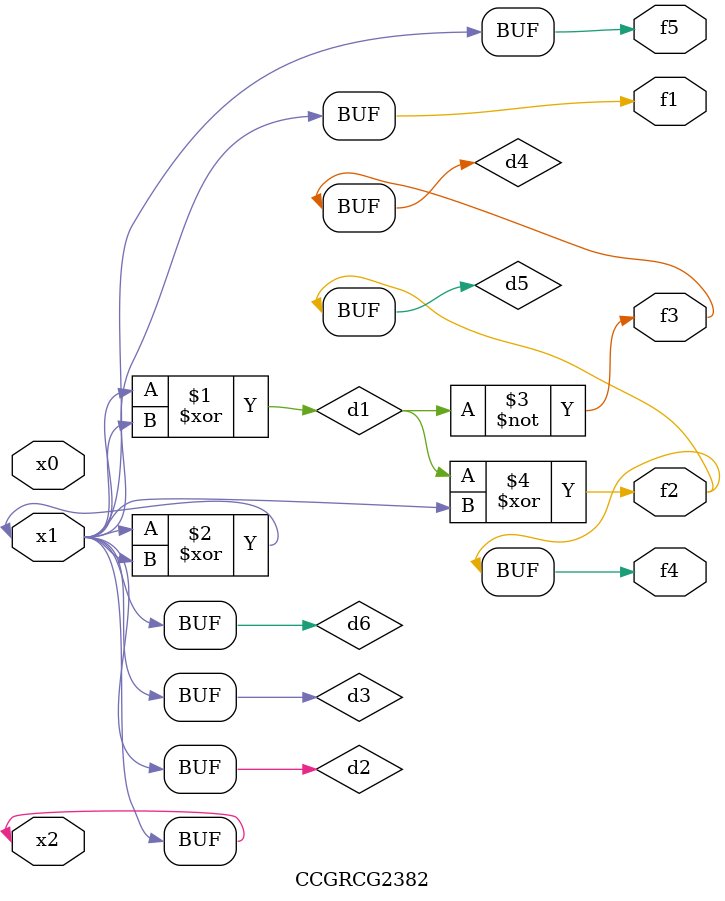
<source format=v>
module CCGRCG2382(
	input x0, x1, x2,
	output f1, f2, f3, f4, f5
);

	wire d1, d2, d3, d4, d5, d6;

	xor (d1, x1, x2);
	buf (d2, x1, x2);
	xor (d3, x1, x2);
	nor (d4, d1);
	xor (d5, d1, d2);
	buf (d6, d2, d3);
	assign f1 = d6;
	assign f2 = d5;
	assign f3 = d4;
	assign f4 = d5;
	assign f5 = d6;
endmodule

</source>
